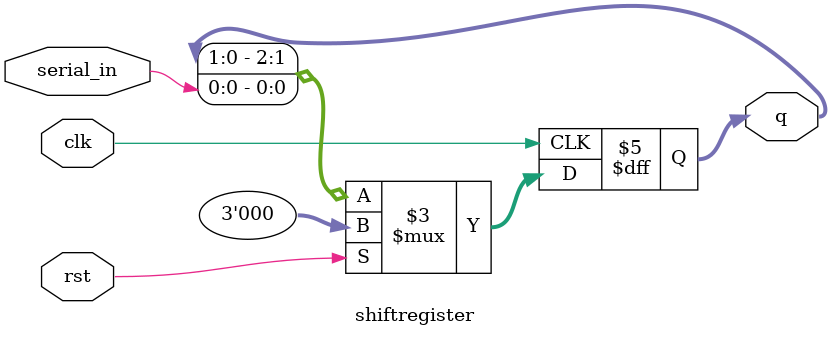
<source format=v>
module shiftregister (
    input  wire clk,     // clock input
    input  wire rst,     // synchronous reset
    input  wire serial_in, // serial data input
    output reg  [2:0] q   // 3-bit register output
);

always @(posedge clk) begin
    if (rst)
        q <= 3'b000;          // reset all bits
    else
        q <= {q[1:0], serial_in}; // shift left
end

endmodule

</source>
